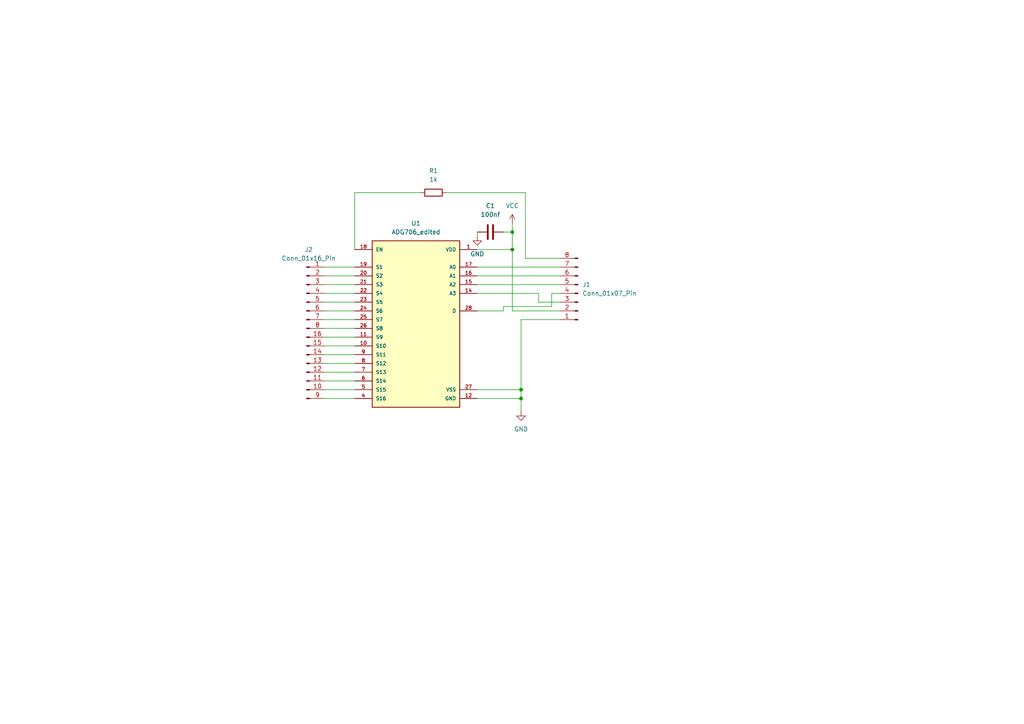
<source format=kicad_sch>
(kicad_sch (version 20231120) (generator "eeschema") (generator_version "8.0")
  (paper "A4")
  (lib_symbols
    (symbol "Connector:Conn_01x08_Pin" (pin_names (offset 1.016) hide)
      (property "Reference" "J" (at 0 10.16 0))
      (property "Value" "Conn_01x08_Pin" (at 0 -12.7 0))
      (symbol "Conn_01x08_Pin_1_1"
        (polyline (pts (xy 1.27 -10.16) (xy 0.8636 -10.16)) (stroke (width 0.1524)))
        (polyline (pts (xy 1.27 -7.62) (xy 0.8636 -7.62)) (stroke (width 0.1524)))
        (polyline (pts (xy 1.27 -5.08) (xy 0.8636 -5.08)) (stroke (width 0.1524)))
        (polyline (pts (xy 1.27 -2.54) (xy 0.8636 -2.54)) (stroke (width 0.1524)))
        (polyline (pts (xy 1.27 0) (xy 0.8636 0)) (stroke (width 0.1524)))
        (polyline (pts (xy 1.27 2.54) (xy 0.8636 2.54)) (stroke (width 0.1524)))
        (polyline (pts (xy 1.27 5.08) (xy 0.8636 5.08)) (stroke (width 0.1524)))
        (polyline (pts (xy 1.27 7.62) (xy 0.8636 7.62)) (stroke (width 0.1524)))
        (rectangle (start 0.8636 -10.033) (end 0 -10.287) (stroke (width 0.1524)) (fill (type outline)))
        (rectangle (start 0.8636 -7.493) (end 0 -7.747) (stroke (width 0.1524)) (fill (type outline)))
        (rectangle (start 0.8636 -4.953) (end 0 -5.207) (stroke (width 0.1524)) (fill (type outline)))
        (rectangle (start 0.8636 -2.413) (end 0 -2.667) (stroke (width 0.1524)) (fill (type outline)))
        (rectangle (start 0.8636 0.127) (end 0 -0.127) (stroke (width 0.1524)) (fill (type outline)))
        (rectangle (start 0.8636 2.667) (end 0 2.413) (stroke (width 0.1524)) (fill (type outline)))
        (rectangle (start 0.8636 5.207) (end 0 4.953) (stroke (width 0.1524)) (fill (type outline)))
        (rectangle (start 0.8636 7.747) (end 0 7.493) (stroke (width 0.1524)) (fill (type outline)))
        (pin passive line (at 5.08 7.62 180) (length 3.81) (name "Pin_1") (number "1"))
        (pin passive line (at 5.08 5.08 180) (length 3.81) (name "Pin_2") (number "2"))
        (pin passive line (at 5.08 2.54 180) (length 3.81) (name "Pin_3") (number "3"))
        (pin passive line (at 5.08 0 180) (length 3.81) (name "Pin_4") (number "4"))
        (pin passive line (at 5.08 -2.54 180) (length 3.81) (name "Pin_5") (number "5"))
        (pin passive line (at 5.08 -5.08 180) (length 3.81) (name "Pin_6") (number "6"))
        (pin passive line (at 5.08 -7.62 180) (length 3.81) (name "Pin_7") (number "7"))
        (pin passive line (at 5.08 -10.16 180) (length 3.81) (name "Pin_8") (number "8"))
      )
    )
    (symbol "Connector:Conn_01x16_Pin" (pin_names (offset 1.016) hide)
      (property "Reference" "J2" (at 0.635 22.86 0))
      (property "Value" "Conn_01x16_Pin" (at 0.635 20.32 0))
      (symbol "Conn_01x16_Pin_1_1"
        (polyline (pts (xy 1.27 -20.32) (xy 0.8636 -20.32)) (stroke (width 0.1524)))
        (polyline (pts (xy 1.27 -17.78) (xy 0.8636 -17.78)) (stroke (width 0.1524)))
        (polyline (pts (xy 1.27 -15.24) (xy 0.8636 -15.24)) (stroke (width 0.1524)))
        (polyline (pts (xy 1.27 -12.7) (xy 0.8636 -12.7)) (stroke (width 0.1524)))
        (polyline (pts (xy 1.27 -10.16) (xy 0.8636 -10.16)) (stroke (width 0.1524)))
        (polyline (pts (xy 1.27 -7.62) (xy 0.8636 -7.62)) (stroke (width 0.1524)))
        (polyline (pts (xy 1.27 -5.08) (xy 0.8636 -5.08)) (stroke (width 0.1524)))
        (polyline (pts (xy 1.27 -2.54) (xy 0.8636 -2.54)) (stroke (width 0.1524)))
        (polyline (pts (xy 1.27 0) (xy 0.8636 0)) (stroke (width 0.1524)))
        (polyline (pts (xy 1.27 2.54) (xy 0.8636 2.54)) (stroke (width 0.1524)))
        (polyline (pts (xy 1.27 5.08) (xy 0.8636 5.08)) (stroke (width 0.1524)))
        (polyline (pts (xy 1.27 7.62) (xy 0.8636 7.62)) (stroke (width 0.1524)))
        (polyline (pts (xy 1.27 10.16) (xy 0.8636 10.16)) (stroke (width 0.1524)))
        (polyline (pts (xy 1.27 12.7) (xy 0.8636 12.7)) (stroke (width 0.1524)))
        (polyline (pts (xy 1.27 15.24) (xy 0.8636 15.24)) (stroke (width 0.1524)))
        (polyline (pts (xy 1.27 17.78) (xy 0.8636 17.78)) (stroke (width 0.1524)))
        (rectangle (start 0.8636 -20.193) (end 0 -20.447) (stroke (width 0.1524)) (fill (type outline)))
        (rectangle (start 0.8636 -17.653) (end 0 -17.907) (stroke (width 0.1524)) (fill (type outline)))
        (rectangle (start 0.8636 -15.113) (end 0 -15.367) (stroke (width 0.1524)) (fill (type outline)))
        (rectangle (start 0.8636 -12.573) (end 0 -12.827) (stroke (width 0.1524)) (fill (type outline)))
        (rectangle (start 0.8636 -10.033) (end 0 -10.287) (stroke (width 0.1524)) (fill (type outline)))
        (rectangle (start 0.8636 -7.493) (end 0 -7.747) (stroke (width 0.1524)) (fill (type outline)))
        (rectangle (start 0.8636 -4.953) (end 0 -5.207) (stroke (width 0.1524)) (fill (type outline)))
        (rectangle (start 0.8636 -2.413) (end 0 -2.667) (stroke (width 0.1524)) (fill (type outline)))
        (rectangle (start 0.8636 0.127) (end 0 -0.127) (stroke (width 0.1524)) (fill (type outline)))
        (rectangle (start 0.8636 2.667) (end 0 2.413) (stroke (width 0.1524)) (fill (type outline)))
        (rectangle (start 0.8636 5.207) (end 0 4.953) (stroke (width 0.1524)) (fill (type outline)))
        (rectangle (start 0.8636 7.747) (end 0 7.493) (stroke (width 0.1524)) (fill (type outline)))
        (rectangle (start 0.8636 10.287) (end 0 10.033) (stroke (width 0.1524)) (fill (type outline)))
        (rectangle (start 0.8636 12.827) (end 0 12.573) (stroke (width 0.1524)) (fill (type outline)))
        (rectangle (start 0.8636 15.367) (end 0 15.113) (stroke (width 0.1524)) (fill (type outline)))
        (rectangle (start 0.8636 17.907) (end 0 17.653) (stroke (width 0.1524)) (fill (type outline)))
        (pin passive line (at 5.08 17.78 180) (length 3.81) (name "Pin_1") (number "1"))
        (pin passive line (at 5.08 -17.78 180) (length 3.81) (name "Pin_15") (number "10"))
        (pin passive line (at 5.08 -15.24 180) (length 3.81) (name "Pin_14") (number "11"))
        (pin passive line (at 5.08 -12.7 180) (length 3.81) (name "Pin_13") (number "12"))
        (pin passive line (at 5.08 -10.16 180) (length 3.81) (name "Pin_12") (number "13"))
        (pin passive line (at 5.08 -7.62 180) (length 3.81) (name "Pin_11") (number "14"))
        (pin passive line (at 5.08 -5.08 180) (length 3.81) (name "Pin_10") (number "15"))
        (pin passive line (at 5.08 -2.54 180) (length 3.81) (name "Pin_9") (number "16"))
        (pin passive line (at 5.08 15.24 180) (length 3.81) (name "Pin_2") (number "2"))
        (pin passive line (at 5.08 12.7 180) (length 3.81) (name "Pin_3") (number "3"))
        (pin passive line (at 5.08 10.16 180) (length 3.81) (name "Pin_4") (number "4"))
        (pin passive line (at 5.08 7.62 180) (length 3.81) (name "Pin_5") (number "5"))
        (pin passive line (at 5.08 5.08 180) (length 3.81) (name "Pin_6") (number "6"))
        (pin passive line (at 5.08 2.54 180) (length 3.81) (name "Pin_7") (number "7"))
        (pin passive line (at 5.08 0 180) (length 3.81) (name "Pin_8") (number "8"))
        (pin passive line (at 5.08 -20.32 180) (length 3.81) (name "9") (number "9"))
      )
    )
    (symbol "Device:C" (pin_numbers hide) (pin_names (offset 0.254))
      (property "Reference" "C" (at 0.635 2.54 0))
      (property "Value" "C" (at 0.635 -2.54 0))
      (symbol "C_0_1"
        (polyline (pts (xy -2.032 -0.762) (xy 2.032 -0.762)) (stroke (width 0.508)))
        (polyline (pts (xy -2.032 0.762) (xy 2.032 0.762)) (stroke (width 0.508)))
      )
      (symbol "C_1_1"
        (pin passive line (at 0 3.81 270) (length 2.794) (name "~") (number "1"))
        (pin passive line (at 0 -3.81 90) (length 2.794) (name "~") (number "2"))
      )
    )
    (symbol "Device:R" (pin_numbers hide) (pin_names (offset 0))
      (property "Reference" "R" (at 2.032 0 90))
      (property "Value" "R" (at 0 0 90))
      (symbol "R_0_1"
        (rectangle (start -1.016 -2.54) (end 1.016 2.54) (stroke (width 0.254)))
      )
      (symbol "R_1_1"
        (pin passive line (at 0 3.81 270) (length 1.27) (name "~") (number "1"))
        (pin passive line (at 0 -3.81 90) (length 1.27) (name "~") (number "2"))
      )
    )
    (symbol "iv_symbols:ADG706_edited" (pin_names (offset 1.016))
      (property "Reference" "U" (at -12.7375 25.9843 0))
      (property "Value" "ADG706_edited" (at -12.7131 -25.4261 0))
      (symbol "ADG706_edited_0_0"
        (rectangle (start -12.7 -22.86) (end 12.7 25.4) (stroke (width 0.254)) (fill (type background)))
        (pin power_in line (at 17.78 22.86 180) (length 5.08) (name "VDD") (number "1"))
        (pin bidirectional line (at -17.78 -5.08 0) (length 5.08) (name "S10") (number "10"))
        (pin bidirectional line (at -17.78 -2.54 0) (length 5.08) (name "S9") (number "11"))
        (pin power_in line (at 17.78 -20.32 180) (length 5.08) (name "GND") (number "12"))
        (pin input line (at 17.78 10.16 180) (length 5.08) (name "A3") (number "14"))
        (pin input line (at 17.78 12.7 180) (length 5.08) (name "A2") (number "15"))
        (pin input line (at 17.78 15.24 180) (length 5.08) (name "A1") (number "16"))
        (pin input line (at 17.78 17.78 180) (length 5.08) (name "A0") (number "17"))
        (pin input line (at -17.78 22.86 0) (length 5.08) (name "EN") (number "18"))
        (pin bidirectional line (at -17.78 17.78 0) (length 5.08) (name "S1") (number "19"))
        (pin bidirectional line (at -17.78 15.24 0) (length 5.08) (name "S2") (number "20"))
        (pin bidirectional line (at -17.78 12.7 0) (length 5.08) (name "S3") (number "21"))
        (pin bidirectional line (at -17.78 10.16 0) (length 5.08) (name "S4") (number "22"))
        (pin bidirectional line (at -17.78 7.62 0) (length 5.08) (name "S5") (number "23"))
        (pin bidirectional line (at -17.78 5.08 0) (length 5.08) (name "S6") (number "24"))
        (pin bidirectional line (at -17.78 2.54 0) (length 5.08) (name "S7") (number "25"))
        (pin bidirectional line (at -17.78 0 0) (length 5.08) (name "S8") (number "26"))
        (pin power_in line (at 17.78 -17.78 180) (length 5.08) (name "VSS") (number "27"))
        (pin bidirectional line (at 17.78 5.08 180) (length 5.08) (name "D") (number "28"))
        (pin bidirectional line (at -17.78 -20.32 0) (length 5.08) (name "S16") (number "4"))
        (pin bidirectional line (at -17.78 -17.78 0) (length 5.08) (name "S15") (number "5"))
        (pin bidirectional line (at -17.78 -15.24 0) (length 5.08) (name "S14") (number "6"))
        (pin bidirectional line (at -17.78 -12.7 0) (length 5.08) (name "S13") (number "7"))
        (pin bidirectional line (at -17.78 -10.16 0) (length 5.08) (name "S12") (number "8"))
        (pin bidirectional line (at -17.78 -7.62 0) (length 5.08) (name "S11") (number "9"))
      )
    )
    (symbol "power:GND" (power) (pin_numbers hide) (pin_names (offset 0) hide)
      (property "Value" "GND" (at 0 -3.81 0))
      (symbol "GND_0_1"
        (polyline (pts (xy 0 0) (xy 0 -1.27) (xy 1.27 -1.27) (xy 0 -2.54) (xy -1.27 -1.27) (xy 0 -1.27)))
      )
      (symbol "GND_1_1"
        (pin power_in line (at 0 0 270) (length 0) (name "~") (number "1"))
      )
    )
    (symbol "power:VCC" (power) (pin_numbers hide) (pin_names (offset 0) hide)
      (property "Value" "VCC" (at 0 3.556 0))
      (symbol "VCC_0_1"
        (polyline (pts (xy -0.762 1.27) (xy 0 2.54)))
        (polyline (pts (xy 0 0) (xy 0 2.54)))
        (polyline (pts (xy 0 2.54) (xy 0.762 1.27)))
      )
      (symbol "VCC_1_1"
        (pin power_in line (at 0 0 90) (length 0) (name "~") (number "1"))
      )
    )
  )
  (junction (at 151.13 115.57))
  (junction (at 148.59 67.31))
  (junction (at 148.59 72.39))
  (junction (at 151.13 113.03))
  (wire (pts (xy 138.43 113.03) (xy 151.13 113.03)))
  (wire (pts (xy 146.05 90.17) (xy 146.05 88.9)))
  (wire (pts (xy 93.98 80.01) (xy 102.87 80.01)))
  (wire (pts (xy 152.4 55.88) (xy 152.4 74.93)))
  (wire (pts (xy 93.98 92.71) (xy 102.87 92.71)))
  (wire (pts (xy 93.98 87.63) (xy 102.87 87.63)))
  (wire (pts (xy 138.43 115.57) (xy 151.13 115.57)))
  (wire (pts (xy 151.13 92.71) (xy 162.56 92.71)))
  (wire (pts (xy 93.98 82.55) (xy 102.87 82.55)))
  (wire (pts (xy 129.54 55.88) (xy 152.4 55.88)))
  (wire (pts (xy 93.98 90.17) (xy 102.87 90.17)))
  (wire (pts (xy 156.21 85.09) (xy 156.21 87.63)))
  (wire (pts (xy 148.59 90.17) (xy 162.56 90.17)))
  (wire (pts (xy 93.98 113.03) (xy 102.87 113.03)))
  (wire (pts (xy 138.43 67.31) (xy 138.43 68.58)))
  (wire (pts (xy 138.43 90.17) (xy 146.05 90.17)))
  (wire (pts (xy 138.43 80.01) (xy 162.56 80.01)))
  (wire (pts (xy 138.43 85.09) (xy 156.21 85.09)))
  (wire (pts (xy 148.59 67.31) (xy 148.59 64.77)))
  (wire (pts (xy 151.13 113.03) (xy 151.13 92.71)))
  (wire (pts (xy 93.98 107.95) (xy 102.87 107.95)))
  (wire (pts (xy 93.98 105.41) (xy 102.87 105.41)))
  (wire (pts (xy 148.59 72.39) (xy 148.59 90.17)))
  (wire (pts (xy 102.87 72.39) (xy 102.87 55.88)))
  (wire (pts (xy 93.98 100.33) (xy 102.87 100.33)))
  (wire (pts (xy 146.05 67.31) (xy 148.59 67.31)))
  (wire (pts (xy 93.98 77.47) (xy 102.87 77.47)))
  (wire (pts (xy 151.13 113.03) (xy 151.13 115.57)))
  (wire (pts (xy 138.43 82.55) (xy 162.56 82.55)))
  (wire (pts (xy 93.98 97.79) (xy 102.87 97.79)))
  (wire (pts (xy 156.21 87.63) (xy 162.56 87.63)))
  (wire (pts (xy 152.4 74.93) (xy 162.56 74.93)))
  (wire (pts (xy 160.02 85.09) (xy 160.02 88.9)))
  (wire (pts (xy 93.98 95.25) (xy 102.87 95.25)))
  (wire (pts (xy 148.59 72.39) (xy 148.59 67.31)))
  (wire (pts (xy 93.98 85.09) (xy 102.87 85.09)))
  (wire (pts (xy 93.98 115.57) (xy 102.87 115.57)))
  (wire (pts (xy 138.43 77.47) (xy 162.56 77.47)))
  (wire (pts (xy 146.05 88.9) (xy 160.02 88.9)))
  (wire (pts (xy 93.98 110.49) (xy 102.87 110.49)))
  (wire (pts (xy 138.43 72.39) (xy 148.59 72.39)))
  (wire (pts (xy 151.13 115.57) (xy 151.13 119.38)))
  (wire (pts (xy 93.98 102.87) (xy 102.87 102.87)))
  (wire (pts (xy 162.56 85.09) (xy 160.02 85.09)))
  (wire (pts (xy 102.87 55.88) (xy 121.92 55.88)))
  (symbol (lib_id "power:GND") (at 151.13 119.38 0) (unit 1)
    (property "Reference" "#PWR01" (effects (hide yes)))
    (property "Value" "GND" (at 151.13 124.46 0))
    (property "Description" "Power symbol creates a global label with name \"GND\" , ground" (effects (hide yes)))
  )
  (symbol (lib_id "power:GND") (at 138.43 68.58 0) (unit 1)
    (property "Reference" "#PWR03" (effects (hide yes)))
    (property "Value" "GND" (at 138.43 73.66 0))
    (property "Description" "Power symbol creates a global label with name \"GND\" , ground" (effects (hide yes)))
  )
  (symbol (lib_id "Device:C") (at 142.24 67.31 90) (unit 1)
    (property "Reference" "C1" (at 142.24 59.69 90))
    (property "Value" "100nf" (at 142.24 62.23 90))
    (property "Footprint" "007_dusjagr:C_1210_noGND" (effects (hide yes)))
    (property "Description" "Unpolarized capacitor" (effects (hide yes)))
  )
  (symbol (lib_id "iv_symbols:ADG706_edited") (at 120.65 95.25 0) (unit 1)
    (property "Reference" "U1" (at 120.65 64.77 0))
    (property "Value" "ADG706_edited" (at 120.65 67.31 0))
    (property "Footprint" "007_dusjagr:ADG704-28N" (effects (hide yes)))
    (property "MF" "Analog Devices" (effects (hide yes)))
    (property "Description_1" "\n                        \n                            CMOS, 2.5 Ω Low Voltage 16 Channel Multiplexer\n                        \n" (effects (hide yes)))
    (property "Package" "TSSOP -28 Analog Devices" (effects (hide yes)))
    (property "Price" "None" (effects (hide yes)))
    (property "MP" "ADG706BRUZ-REEL7" (effects (hide yes)))
  )
  (symbol (lib_id "Connector:Conn_01x16_Pin") (at 88.9 95.25 0) (unit 1)
    (property "Reference" "J2" (at 89.535 72.39 0))
    (property "Value" "Conn_01x16_Pin" (at 89.535 74.93 0))
    (property "Footprint" "007_dusjagr:PinHeader_1x16_P2.54mm_bigPads" (effects (hide yes)))
    (property "Description" "Generic connector, single row, 01x16, script generated" (effects (hide yes)))
  )
  (symbol (lib_id "Connector:Conn_01x08_Pin") (at 167.64 85.09 180) (unit 1)
    (property "Reference" "J1" (at 168.91 82.5499 0) (effects (justify right)))
    (property "Value" "Conn_01x07_Pin" (at 168.91 85.0899 0) (effects (justify right)))
    (property "Footprint" "007_dusjagr:PinHeader_1x08_P2.54mm_bigPads" (effects (hide yes)))
    (property "Description" "Generic connector, single row, 01x08, script generated" (effects (hide yes)))
  )
  (symbol (lib_id "Device:R") (at 125.73 55.88 90) (unit 1)
    (property "Reference" "R1" (at 125.73 49.53 90))
    (property "Value" "1k" (at 125.73 52.07 90))
    (property "Footprint" "007_dusjagr:R_1206_noGND" (effects (hide yes)))
    (property "Description" "Resistor" (effects (hide yes)))
  )
  (symbol (lib_id "power:VCC") (at 148.59 64.77 0) (unit 1)
    (property "Reference" "#PWR02" (effects (hide yes)))
    (property "Value" "VCC" (at 148.59 59.69 0))
    (property "Description" "Power symbol creates a global label with name \"VCC\"" (effects (hide yes)))
  )
)
</source>
